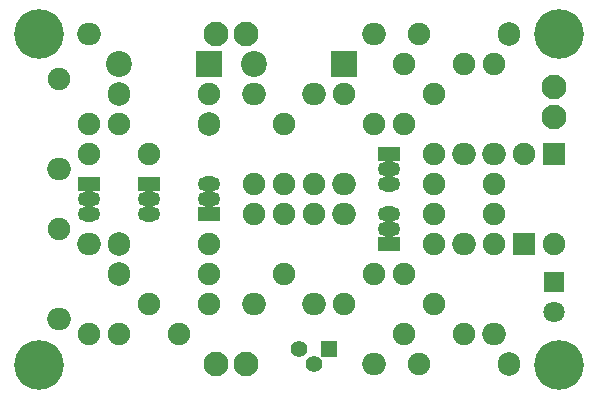
<source format=gbs>
G04 #@! TF.FileFunction,Soldermask,Bot*
%FSLAX46Y46*%
G04 Gerber Fmt 4.6, Leading zero omitted, Abs format (unit mm)*
G04 Created by KiCad (PCBNEW 4.0.6) date Wed Dec 13 01:07:51 2017*
%MOMM*%
%LPD*%
G01*
G04 APERTURE LIST*
%ADD10C,0.100000*%
%ADD11O,1.900000X1.300000*%
%ADD12R,1.900000X1.300000*%
%ADD13R,1.800000X1.800000*%
%ADD14C,1.800000*%
%ADD15C,4.200000*%
%ADD16C,1.400000*%
%ADD17R,1.400000X1.400000*%
%ADD18C,1.900000*%
%ADD19O,2.000000X1.900000*%
%ADD20O,1.900000X2.000000*%
%ADD21R,1.900000X1.900000*%
%ADD22O,1.900000X1.900000*%
%ADD23C,2.100000*%
%ADD24R,2.200000X2.200000*%
%ADD25C,2.200000*%
G04 APERTURE END LIST*
D10*
D11*
X147320000Y-110490000D03*
X147320000Y-109220000D03*
D12*
X147320000Y-111760000D03*
D11*
X147320000Y-105410000D03*
X147320000Y-106680000D03*
D12*
X147320000Y-104140000D03*
D11*
X132080000Y-107950000D03*
X132080000Y-106680000D03*
D12*
X132080000Y-109220000D03*
D11*
X127000000Y-107950000D03*
X127000000Y-109220000D03*
D12*
X127000000Y-106680000D03*
D11*
X121920000Y-107950000D03*
X121920000Y-109220000D03*
D12*
X121920000Y-106680000D03*
D13*
X161290000Y-114935000D03*
D14*
X161290000Y-117475000D03*
D15*
X117700000Y-121950000D03*
X117700000Y-93950000D03*
X161700000Y-93950000D03*
X161700000Y-121950000D03*
D16*
X140970000Y-121920000D03*
X139700000Y-120650000D03*
D17*
X142240000Y-120650000D03*
D18*
X156210000Y-111760000D03*
D19*
X156210000Y-119380000D03*
D18*
X119380000Y-97790000D03*
D19*
X119380000Y-105410000D03*
D18*
X119380000Y-110490000D03*
D19*
X119380000Y-118110000D03*
D18*
X121920000Y-119380000D03*
D19*
X121920000Y-111760000D03*
D18*
X121920000Y-101600000D03*
D19*
X121920000Y-93980000D03*
D18*
X132080000Y-111760000D03*
D20*
X124460000Y-111760000D03*
D18*
X124460000Y-101600000D03*
D20*
X132080000Y-101600000D03*
D18*
X135890000Y-106680000D03*
D19*
X135890000Y-99060000D03*
D18*
X132080000Y-99060000D03*
D20*
X124460000Y-99060000D03*
D18*
X135890000Y-109220000D03*
D19*
X135890000Y-116840000D03*
D18*
X132080000Y-114300000D03*
D20*
X124460000Y-114300000D03*
D18*
X140970000Y-106680000D03*
D19*
X140970000Y-99060000D03*
D18*
X143510000Y-99060000D03*
D19*
X143510000Y-106680000D03*
D18*
X146050000Y-101600000D03*
D19*
X146050000Y-93980000D03*
D18*
X149860000Y-93980000D03*
D20*
X157480000Y-93980000D03*
D18*
X153670000Y-96520000D03*
D19*
X153670000Y-104140000D03*
D18*
X153670000Y-119380000D03*
D19*
X153670000Y-111760000D03*
D18*
X146050000Y-114300000D03*
D19*
X146050000Y-121920000D03*
D18*
X149860000Y-121920000D03*
D20*
X157480000Y-121920000D03*
D18*
X143510000Y-116840000D03*
D19*
X143510000Y-109220000D03*
D18*
X140970000Y-109220000D03*
D19*
X140970000Y-116840000D03*
D18*
X156210000Y-96520000D03*
D19*
X156210000Y-104140000D03*
D18*
X129540000Y-119380000D03*
X124460000Y-119380000D03*
X121920000Y-104140000D03*
X127000000Y-104140000D03*
X138430000Y-101600000D03*
X138430000Y-106680000D03*
X151130000Y-104140000D03*
X151130000Y-99060000D03*
X156210000Y-106680000D03*
X151130000Y-106680000D03*
X151130000Y-111760000D03*
X151130000Y-116840000D03*
X156210000Y-109220000D03*
X151130000Y-109220000D03*
X138430000Y-109220000D03*
X138430000Y-114300000D03*
X132080000Y-116840000D03*
X127000000Y-116840000D03*
D21*
X161290000Y-104140000D03*
D22*
X161290000Y-111760000D03*
D21*
X158750000Y-111760000D03*
D22*
X158750000Y-104140000D03*
D18*
X148590000Y-101600000D03*
X148590000Y-96520000D03*
X148590000Y-114300000D03*
X148590000Y-119380000D03*
D23*
X135255000Y-93980000D03*
X132715000Y-93980000D03*
X161290000Y-100965000D03*
X161290000Y-98425000D03*
X132715000Y-121920000D03*
X135255000Y-121920000D03*
D24*
X143510000Y-96520000D03*
D25*
X135890000Y-96520000D03*
D24*
X132080000Y-96520000D03*
D25*
X124460000Y-96520000D03*
M02*

</source>
